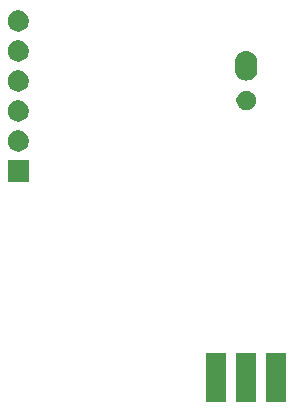
<source format=gbs>
G04 #@! TF.GenerationSoftware,KiCad,Pcbnew,(5.1.6)-1*
G04 #@! TF.CreationDate,2021-10-13T16:30:12+02:00*
G04 #@! TF.ProjectId,SoundModulev2,536f756e-644d-46f6-9475-6c6576322e6b,rev?*
G04 #@! TF.SameCoordinates,Original*
G04 #@! TF.FileFunction,Soldermask,Bot*
G04 #@! TF.FilePolarity,Negative*
%FSLAX46Y46*%
G04 Gerber Fmt 4.6, Leading zero omitted, Abs format (unit mm)*
G04 Created by KiCad (PCBNEW (5.1.6)-1) date 2021-10-13 16:30:12*
%MOMM*%
%LPD*%
G01*
G04 APERTURE LIST*
%ADD10C,0.100000*%
G04 APERTURE END LIST*
D10*
G36*
X123294340Y-103969520D02*
G01*
X121668340Y-103969520D01*
X121668340Y-99867520D01*
X123294340Y-99867520D01*
X123294340Y-103969520D01*
G37*
G36*
X120754340Y-103969520D02*
G01*
X119128340Y-103969520D01*
X119128340Y-99867520D01*
X120754340Y-99867520D01*
X120754340Y-103969520D01*
G37*
G36*
X125834340Y-103969520D02*
G01*
X124208340Y-103969520D01*
X124208340Y-99867520D01*
X125834340Y-99867520D01*
X125834340Y-103969520D01*
G37*
G36*
X104096120Y-85335680D02*
G01*
X102294120Y-85335680D01*
X102294120Y-83533680D01*
X104096120Y-83533680D01*
X104096120Y-85335680D01*
G37*
G36*
X103308632Y-80998607D02*
G01*
X103457932Y-81028304D01*
X103621904Y-81096224D01*
X103769474Y-81194827D01*
X103894973Y-81320326D01*
X103993576Y-81467896D01*
X104061496Y-81631868D01*
X104096120Y-81805939D01*
X104096120Y-81983421D01*
X104061496Y-82157492D01*
X103993576Y-82321464D01*
X103894973Y-82469034D01*
X103769474Y-82594533D01*
X103621904Y-82693136D01*
X103457932Y-82761056D01*
X103308632Y-82790753D01*
X103283862Y-82795680D01*
X103106378Y-82795680D01*
X103081608Y-82790753D01*
X102932308Y-82761056D01*
X102768336Y-82693136D01*
X102620766Y-82594533D01*
X102495267Y-82469034D01*
X102396664Y-82321464D01*
X102328744Y-82157492D01*
X102294120Y-81983421D01*
X102294120Y-81805939D01*
X102328744Y-81631868D01*
X102396664Y-81467896D01*
X102495267Y-81320326D01*
X102620766Y-81194827D01*
X102768336Y-81096224D01*
X102932308Y-81028304D01*
X103081608Y-80998607D01*
X103106378Y-80993680D01*
X103283862Y-80993680D01*
X103308632Y-80998607D01*
G37*
G36*
X103308632Y-78458607D02*
G01*
X103457932Y-78488304D01*
X103621904Y-78556224D01*
X103769474Y-78654827D01*
X103894973Y-78780326D01*
X103993576Y-78927896D01*
X104061496Y-79091868D01*
X104096120Y-79265939D01*
X104096120Y-79443421D01*
X104061496Y-79617492D01*
X103993576Y-79781464D01*
X103894973Y-79929034D01*
X103769474Y-80054533D01*
X103621904Y-80153136D01*
X103457932Y-80221056D01*
X103308632Y-80250753D01*
X103283862Y-80255680D01*
X103106378Y-80255680D01*
X103081608Y-80250753D01*
X102932308Y-80221056D01*
X102768336Y-80153136D01*
X102620766Y-80054533D01*
X102495267Y-79929034D01*
X102396664Y-79781464D01*
X102328744Y-79617492D01*
X102294120Y-79443421D01*
X102294120Y-79265939D01*
X102328744Y-79091868D01*
X102396664Y-78927896D01*
X102495267Y-78780326D01*
X102620766Y-78654827D01*
X102768336Y-78556224D01*
X102932308Y-78488304D01*
X103081608Y-78458607D01*
X103106378Y-78453680D01*
X103283862Y-78453680D01*
X103308632Y-78458607D01*
G37*
G36*
X122741514Y-77666614D02*
G01*
X122892744Y-77729256D01*
X122892746Y-77729257D01*
X123028852Y-77820200D01*
X123144600Y-77935948D01*
X123235543Y-78072054D01*
X123235544Y-78072056D01*
X123298186Y-78223286D01*
X123330120Y-78383832D01*
X123330120Y-78547528D01*
X123298186Y-78708074D01*
X123235544Y-78859304D01*
X123235543Y-78859306D01*
X123144600Y-78995412D01*
X123028852Y-79111160D01*
X122892746Y-79202103D01*
X122892745Y-79202104D01*
X122892744Y-79202104D01*
X122741514Y-79264746D01*
X122580968Y-79296680D01*
X122417272Y-79296680D01*
X122256726Y-79264746D01*
X122105496Y-79202104D01*
X122105495Y-79202104D01*
X122105494Y-79202103D01*
X121969388Y-79111160D01*
X121853640Y-78995412D01*
X121762697Y-78859306D01*
X121762696Y-78859304D01*
X121700054Y-78708074D01*
X121668120Y-78547528D01*
X121668120Y-78383832D01*
X121700054Y-78223286D01*
X121762696Y-78072056D01*
X121762697Y-78072054D01*
X121853640Y-77935948D01*
X121969388Y-77820200D01*
X122105494Y-77729257D01*
X122105496Y-77729256D01*
X122256726Y-77666614D01*
X122417272Y-77634680D01*
X122580968Y-77634680D01*
X122741514Y-77666614D01*
G37*
G36*
X103308632Y-75918607D02*
G01*
X103457932Y-75948304D01*
X103621904Y-76016224D01*
X103769474Y-76114827D01*
X103894973Y-76240326D01*
X103993576Y-76387896D01*
X104061496Y-76551868D01*
X104096120Y-76725939D01*
X104096120Y-76903421D01*
X104061496Y-77077492D01*
X103993576Y-77241464D01*
X103894973Y-77389034D01*
X103769474Y-77514533D01*
X103621904Y-77613136D01*
X103457932Y-77681056D01*
X103308632Y-77710753D01*
X103283862Y-77715680D01*
X103106378Y-77715680D01*
X103081608Y-77710753D01*
X102932308Y-77681056D01*
X102768336Y-77613136D01*
X102620766Y-77514533D01*
X102495267Y-77389034D01*
X102396664Y-77241464D01*
X102328744Y-77077492D01*
X102294120Y-76903421D01*
X102294120Y-76725939D01*
X102328744Y-76551868D01*
X102396664Y-76387896D01*
X102495267Y-76240326D01*
X102620766Y-76114827D01*
X102768336Y-76016224D01*
X102932308Y-75948304D01*
X103081608Y-75918607D01*
X103106378Y-75913680D01*
X103283862Y-75913680D01*
X103308632Y-75918607D01*
G37*
G36*
X122685544Y-74307440D02*
G01*
X122685547Y-74307441D01*
X122685548Y-74307441D01*
X122864812Y-74361820D01*
X122864815Y-74361822D01*
X122864816Y-74361822D01*
X123030023Y-74450126D01*
X123174832Y-74568968D01*
X123293674Y-74713777D01*
X123365969Y-74849033D01*
X123381980Y-74878987D01*
X123381980Y-74878988D01*
X123436360Y-75058255D01*
X123450120Y-75197962D01*
X123450120Y-75891397D01*
X123436360Y-76031104D01*
X123436359Y-76031106D01*
X123436359Y-76031109D01*
X123381980Y-76210373D01*
X123381978Y-76210376D01*
X123293674Y-76375583D01*
X123174832Y-76520392D01*
X123030023Y-76639234D01*
X122864817Y-76727538D01*
X122864813Y-76727540D01*
X122685549Y-76781919D01*
X122685548Y-76781919D01*
X122685545Y-76781920D01*
X122499120Y-76800281D01*
X122312696Y-76781920D01*
X122312693Y-76781919D01*
X122312692Y-76781919D01*
X122133428Y-76727540D01*
X122133424Y-76727538D01*
X121968218Y-76639234D01*
X121823409Y-76520392D01*
X121704567Y-76375583D01*
X121616260Y-76210372D01*
X121561880Y-76031110D01*
X121548120Y-75891398D01*
X121548120Y-75197963D01*
X121561880Y-75058256D01*
X121561881Y-75058252D01*
X121616260Y-74878988D01*
X121616263Y-74878983D01*
X121704566Y-74713777D01*
X121823408Y-74568968D01*
X121968217Y-74450126D01*
X122133423Y-74361822D01*
X122133424Y-74361822D01*
X122133427Y-74361820D01*
X122312691Y-74307441D01*
X122312692Y-74307441D01*
X122312695Y-74307440D01*
X122499120Y-74289079D01*
X122685544Y-74307440D01*
G37*
G36*
X103308632Y-73378607D02*
G01*
X103457932Y-73408304D01*
X103621904Y-73476224D01*
X103769474Y-73574827D01*
X103894973Y-73700326D01*
X103993576Y-73847896D01*
X104061496Y-74011868D01*
X104096120Y-74185939D01*
X104096120Y-74363421D01*
X104061496Y-74537492D01*
X103993576Y-74701464D01*
X103894973Y-74849034D01*
X103769474Y-74974533D01*
X103621904Y-75073136D01*
X103457932Y-75141056D01*
X103308632Y-75170753D01*
X103283862Y-75175680D01*
X103106378Y-75175680D01*
X103081608Y-75170753D01*
X102932308Y-75141056D01*
X102768336Y-75073136D01*
X102620766Y-74974533D01*
X102495267Y-74849034D01*
X102396664Y-74701464D01*
X102328744Y-74537492D01*
X102294120Y-74363421D01*
X102294120Y-74185939D01*
X102328744Y-74011868D01*
X102396664Y-73847896D01*
X102495267Y-73700326D01*
X102620766Y-73574827D01*
X102768336Y-73476224D01*
X102932308Y-73408304D01*
X103081608Y-73378607D01*
X103106378Y-73373680D01*
X103283862Y-73373680D01*
X103308632Y-73378607D01*
G37*
G36*
X103308632Y-70838607D02*
G01*
X103457932Y-70868304D01*
X103621904Y-70936224D01*
X103769474Y-71034827D01*
X103894973Y-71160326D01*
X103993576Y-71307896D01*
X104061496Y-71471868D01*
X104096120Y-71645939D01*
X104096120Y-71823421D01*
X104061496Y-71997492D01*
X103993576Y-72161464D01*
X103894973Y-72309034D01*
X103769474Y-72434533D01*
X103621904Y-72533136D01*
X103457932Y-72601056D01*
X103308632Y-72630753D01*
X103283862Y-72635680D01*
X103106378Y-72635680D01*
X103081608Y-72630753D01*
X102932308Y-72601056D01*
X102768336Y-72533136D01*
X102620766Y-72434533D01*
X102495267Y-72309034D01*
X102396664Y-72161464D01*
X102328744Y-71997492D01*
X102294120Y-71823421D01*
X102294120Y-71645939D01*
X102328744Y-71471868D01*
X102396664Y-71307896D01*
X102495267Y-71160326D01*
X102620766Y-71034827D01*
X102768336Y-70936224D01*
X102932308Y-70868304D01*
X103081608Y-70838607D01*
X103106378Y-70833680D01*
X103283862Y-70833680D01*
X103308632Y-70838607D01*
G37*
M02*

</source>
